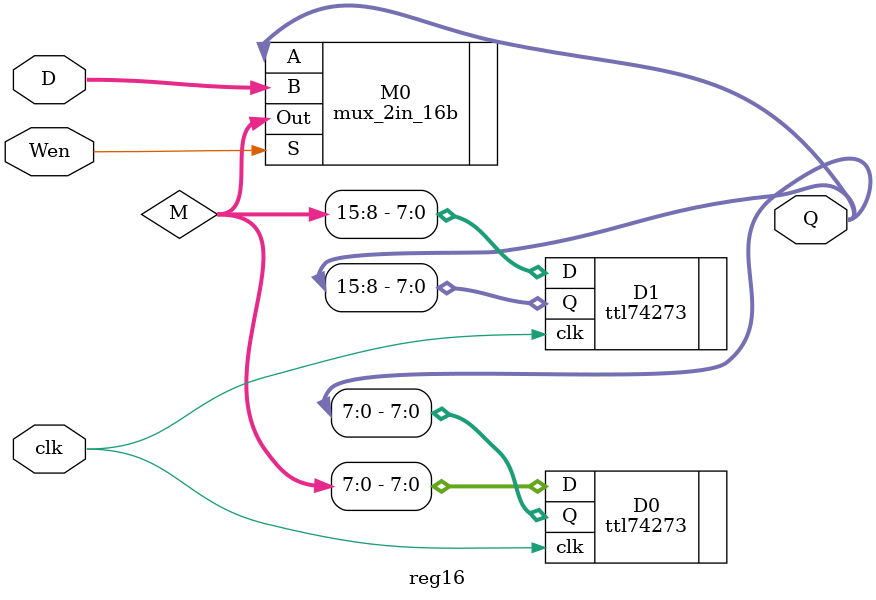
<source format=v>
module reg16(D, Q, Wen, clk);
    input [15:0] D;
    input Wen;
    input clk;
    output [15:0] Q;

    wire [15:0] M;

    ttl74273 D0 (
	.Q (Q[7:0]),
	.D (M[7:0]),
	.clk (clk)
    );

    ttl74273 D1 (
	.Q (Q[15:8]),
	.D (M[15:8]),
	.clk (clk)
    );
    
    mux_2in_16b M0 (
	.Out (M),
	.A (Q),
	.B (D),
	.S (Wen)
    );
endmodule

</source>
